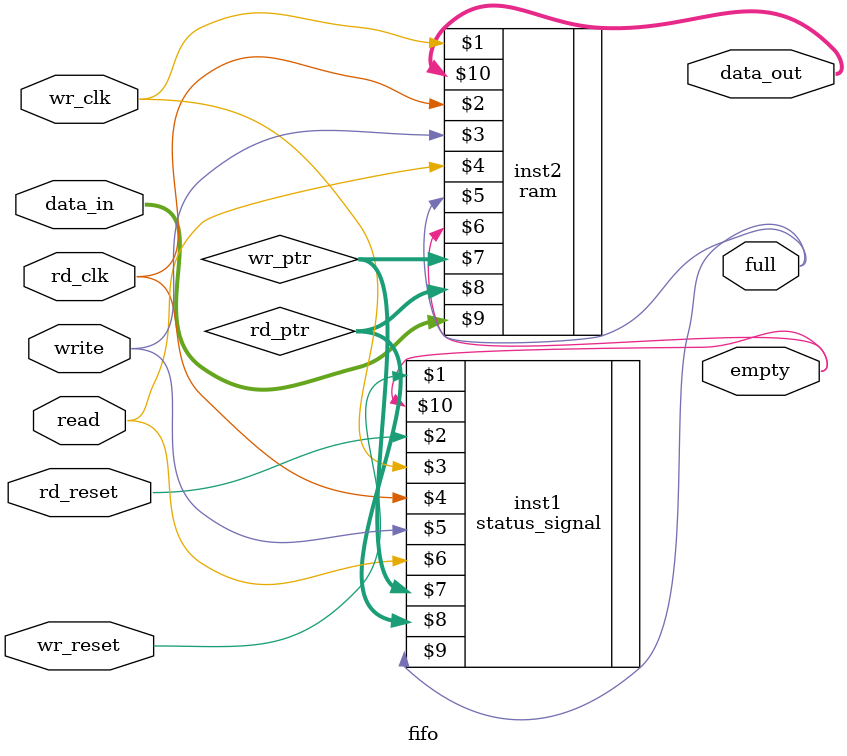
<source format=v>

module fifo #(
	parameter DATA_WIDTH    = 8,
	parameter DATA_DEPTH    = 8,
	parameter POINTER_WIDTH = 4
) (
	input                   wr_reset, rd_reset, wr_clk, rd_clk, write, read,
	input  [DATA_WIDTH-1:0] data_in ,
	output [DATA_WIDTH-1:0] data_out,
	output                  full, empty
);

	wire [POINTER_WIDTH-1:0] wr_ptr, rd_ptr;

	status_signal #(POINTER_WIDTH,DATA_DEPTH) inst1 (
		wr_reset,
		rd_reset,
		wr_clk,
		rd_clk,
		write,
		read,
		wr_ptr,
		rd_ptr,
		full,
		empty
	);

	ram #(DATA_WIDTH,DATA_DEPTH,POINTER_WIDTH) inst2 (
		wr_clk,
		rd_clk,
		write,
		read,
		full,
		empty,
		wr_ptr,
		rd_ptr,
		data_in,
		data_out
	);

endmodule
</source>
